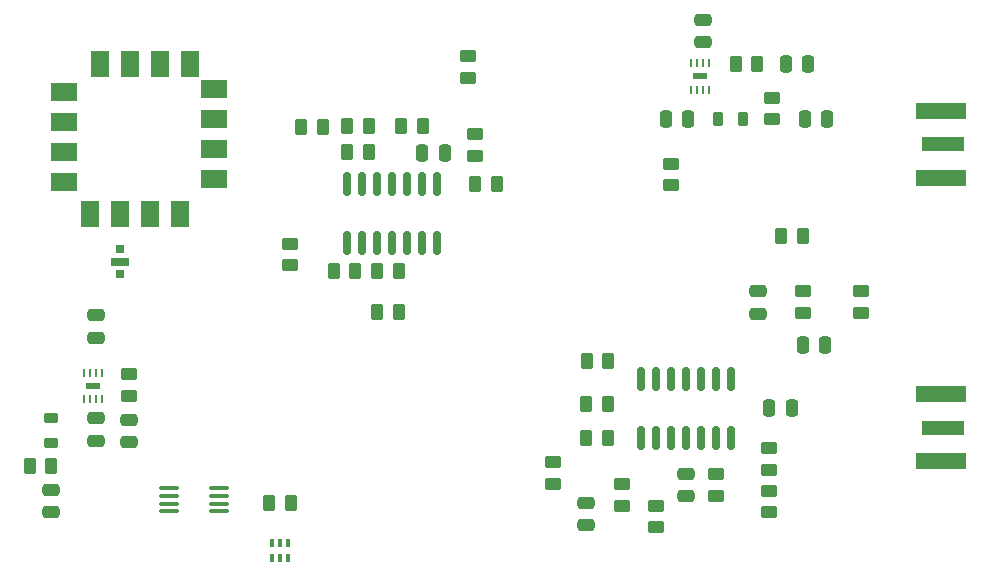
<source format=gbr>
%TF.GenerationSoftware,KiCad,Pcbnew,(6.0.9)*%
%TF.CreationDate,2022-11-20T11:02:21-05:00*%
%TF.ProjectId,RadarProject,52616461-7250-4726-9f6a-6563742e6b69,rev?*%
%TF.SameCoordinates,Original*%
%TF.FileFunction,Paste,Top*%
%TF.FilePolarity,Positive*%
%FSLAX46Y46*%
G04 Gerber Fmt 4.6, Leading zero omitted, Abs format (unit mm)*
G04 Created by KiCad (PCBNEW (6.0.9)) date 2022-11-20 11:02:21*
%MOMM*%
%LPD*%
G01*
G04 APERTURE LIST*
G04 Aperture macros list*
%AMRoundRect*
0 Rectangle with rounded corners*
0 $1 Rounding radius*
0 $2 $3 $4 $5 $6 $7 $8 $9 X,Y pos of 4 corners*
0 Add a 4 corners polygon primitive as box body*
4,1,4,$2,$3,$4,$5,$6,$7,$8,$9,$2,$3,0*
0 Add four circle primitives for the rounded corners*
1,1,$1+$1,$2,$3*
1,1,$1+$1,$4,$5*
1,1,$1+$1,$6,$7*
1,1,$1+$1,$8,$9*
0 Add four rect primitives between the rounded corners*
20,1,$1+$1,$2,$3,$4,$5,0*
20,1,$1+$1,$4,$5,$6,$7,0*
20,1,$1+$1,$6,$7,$8,$9,0*
20,1,$1+$1,$8,$9,$2,$3,0*%
G04 Aperture macros list end*
%ADD10R,0.410000X0.665000*%
%ADD11R,0.410000X0.675000*%
%ADD12R,0.250000X0.750000*%
%ADD13R,1.200000X0.600000*%
%ADD14RoundRect,0.250000X-0.250000X-0.475000X0.250000X-0.475000X0.250000X0.475000X-0.250000X0.475000X0*%
%ADD15RoundRect,0.100000X0.712500X0.100000X-0.712500X0.100000X-0.712500X-0.100000X0.712500X-0.100000X0*%
%ADD16RoundRect,0.150000X0.150000X-0.825000X0.150000X0.825000X-0.150000X0.825000X-0.150000X-0.825000X0*%
%ADD17RoundRect,0.250000X-0.262500X-0.450000X0.262500X-0.450000X0.262500X0.450000X-0.262500X0.450000X0*%
%ADD18RoundRect,0.250000X-0.450000X0.262500X-0.450000X-0.262500X0.450000X-0.262500X0.450000X0.262500X0*%
%ADD19RoundRect,0.250000X-0.475000X0.250000X-0.475000X-0.250000X0.475000X-0.250000X0.475000X0.250000X0*%
%ADD20RoundRect,0.250000X0.262500X0.450000X-0.262500X0.450000X-0.262500X-0.450000X0.262500X-0.450000X0*%
%ADD21RoundRect,0.250000X0.450000X-0.262500X0.450000X0.262500X-0.450000X0.262500X-0.450000X-0.262500X0*%
%ADD22RoundRect,0.250000X0.250000X0.475000X-0.250000X0.475000X-0.250000X-0.475000X0.250000X-0.475000X0*%
%ADD23R,3.600000X1.270000*%
%ADD24R,4.200000X1.350000*%
%ADD25RoundRect,0.150000X-0.150000X0.825000X-0.150000X-0.825000X0.150000X-0.825000X0.150000X0.825000X0*%
%ADD26RoundRect,0.218750X0.218750X0.381250X-0.218750X0.381250X-0.218750X-0.381250X0.218750X-0.381250X0*%
%ADD27RoundRect,0.218750X0.381250X-0.218750X0.381250X0.218750X-0.381250X0.218750X-0.381250X-0.218750X0*%
%ADD28RoundRect,0.250000X0.475000X-0.250000X0.475000X0.250000X-0.475000X0.250000X-0.475000X-0.250000X0*%
%ADD29R,1.524000X2.286000*%
%ADD30R,2.286000X1.524000*%
%ADD31R,0.762000X0.762000*%
%ADD32R,1.520000X0.635000*%
G04 APERTURE END LIST*
D10*
%TO.C,U2*%
X46682500Y-67548750D03*
X46022500Y-67548750D03*
X45362500Y-67548750D03*
D11*
X45362500Y-66218750D03*
X46022500Y-66218750D03*
X46682500Y-66218750D03*
%TD*%
D12*
%TO.C,U3*%
X30915000Y-51845000D03*
X30415000Y-51845000D03*
X29915000Y-51845000D03*
X29415000Y-51845000D03*
X29415000Y-54095000D03*
X29915000Y-54095000D03*
X30415000Y-54095000D03*
X30915000Y-54095000D03*
D13*
X30165000Y-52970000D03*
%TD*%
D12*
%TO.C,U4*%
X82312500Y-25605000D03*
X81812500Y-25605000D03*
X81312500Y-25605000D03*
X80812500Y-25605000D03*
X80812500Y-27855000D03*
X81312500Y-27855000D03*
X81812500Y-27855000D03*
X82312500Y-27855000D03*
D13*
X81562500Y-26730000D03*
%TD*%
D14*
%TO.C,C11*%
X58082500Y-33197500D03*
X59982500Y-33197500D03*
%TD*%
D15*
%TO.C,U6*%
X40862500Y-63565000D03*
X40862500Y-62915000D03*
X40862500Y-62265000D03*
X40862500Y-61615000D03*
X36637500Y-61615000D03*
X36637500Y-62265000D03*
X36637500Y-62915000D03*
X36637500Y-63565000D03*
%TD*%
D16*
%TO.C,U8*%
X76570000Y-57342500D03*
X77840000Y-57342500D03*
X79110000Y-57342500D03*
X80380000Y-57342500D03*
X81650000Y-57342500D03*
X82920000Y-57342500D03*
X84190000Y-57342500D03*
X84190000Y-52392500D03*
X82920000Y-52392500D03*
X81650000Y-52392500D03*
X80380000Y-52392500D03*
X79110000Y-52392500D03*
X77840000Y-52392500D03*
X76570000Y-52392500D03*
%TD*%
D17*
%TO.C,R10*%
X54280000Y-46687500D03*
X56105000Y-46687500D03*
%TD*%
D18*
%TO.C,R31*%
X61970000Y-25027500D03*
X61970000Y-26852500D03*
%TD*%
D19*
%TO.C,C4*%
X81817500Y-21960000D03*
X81817500Y-23860000D03*
%TD*%
D20*
%TO.C,R11*%
X64375000Y-35867500D03*
X62550000Y-35867500D03*
%TD*%
D21*
%TO.C,R26*%
X69140000Y-61242500D03*
X69140000Y-59417500D03*
%TD*%
D19*
%TO.C,C2*%
X30410000Y-46970000D03*
X30410000Y-48870000D03*
%TD*%
D18*
%TO.C,R9*%
X62552500Y-31635000D03*
X62552500Y-33460000D03*
%TD*%
%TO.C,R6*%
X79110000Y-34145000D03*
X79110000Y-35970000D03*
%TD*%
D22*
%TO.C,C9*%
X89360000Y-54827500D03*
X87460000Y-54827500D03*
%TD*%
D18*
%TO.C,R14*%
X90270000Y-44915000D03*
X90270000Y-46740000D03*
%TD*%
D17*
%TO.C,R33*%
X54260000Y-43187500D03*
X56085000Y-43187500D03*
%TD*%
D18*
%TO.C,R13*%
X95190000Y-44935000D03*
X95190000Y-46760000D03*
%TD*%
D19*
%TO.C,C14*%
X80380000Y-60387500D03*
X80380000Y-62287500D03*
%TD*%
D23*
%TO.C,J2*%
X102200000Y-56500000D03*
D24*
X102000000Y-59325000D03*
X102000000Y-53675000D03*
%TD*%
D23*
%TO.C,J1*%
X102200000Y-32500000D03*
D24*
X102000000Y-29675000D03*
X102000000Y-35325000D03*
%TD*%
D20*
%TO.C,R2*%
X86440000Y-25730000D03*
X84615000Y-25730000D03*
%TD*%
D17*
%TO.C,R12*%
X88447500Y-40247500D03*
X90272500Y-40247500D03*
%TD*%
D18*
%TO.C,R24*%
X87470000Y-61837500D03*
X87470000Y-63662500D03*
%TD*%
D17*
%TO.C,R4*%
X24827500Y-59760000D03*
X26652500Y-59760000D03*
%TD*%
D22*
%TO.C,C6*%
X92357500Y-30370000D03*
X90457500Y-30370000D03*
%TD*%
D21*
%TO.C,R16*%
X46902500Y-42740000D03*
X46902500Y-40915000D03*
%TD*%
D25*
%TO.C,U7*%
X59342500Y-35862500D03*
X58072500Y-35862500D03*
X56802500Y-35862500D03*
X55532500Y-35862500D03*
X54262500Y-35862500D03*
X52992500Y-35862500D03*
X51722500Y-35862500D03*
X51722500Y-40812500D03*
X52992500Y-40812500D03*
X54262500Y-40812500D03*
X55532500Y-40812500D03*
X56802500Y-40812500D03*
X58072500Y-40812500D03*
X59342500Y-40812500D03*
%TD*%
D14*
%TO.C,C12*%
X90270000Y-49507500D03*
X92170000Y-49507500D03*
%TD*%
D20*
%TO.C,R15*%
X53545000Y-33127500D03*
X51720000Y-33127500D03*
%TD*%
D17*
%TO.C,R18*%
X47840000Y-30987500D03*
X49665000Y-30987500D03*
%TD*%
%TO.C,R32*%
X50570000Y-43197500D03*
X52395000Y-43197500D03*
%TD*%
D19*
%TO.C,C7*%
X30420000Y-55680000D03*
X30420000Y-57580000D03*
%TD*%
D21*
%TO.C,R17*%
X77840000Y-64910000D03*
X77840000Y-63085000D03*
%TD*%
%TO.C,R20*%
X74990000Y-63090000D03*
X74990000Y-61265000D03*
%TD*%
D17*
%TO.C,R22*%
X71957500Y-54487500D03*
X73782500Y-54487500D03*
%TD*%
D21*
%TO.C,R7*%
X87460000Y-60070000D03*
X87460000Y-58245000D03*
%TD*%
D26*
%TO.C,L2*%
X85210000Y-30380000D03*
X83085000Y-30380000D03*
%TD*%
D22*
%TO.C,C3*%
X90747500Y-25730000D03*
X88847500Y-25730000D03*
%TD*%
D21*
%TO.C,R1*%
X33270000Y-53792500D03*
X33270000Y-51967500D03*
%TD*%
D27*
%TO.C,L1*%
X26660000Y-57802500D03*
X26660000Y-55677500D03*
%TD*%
D17*
%TO.C,R8*%
X56270000Y-30917500D03*
X58095000Y-30917500D03*
%TD*%
D18*
%TO.C,R25*%
X82920000Y-60425000D03*
X82920000Y-62250000D03*
%TD*%
D28*
%TO.C,C10*%
X86480000Y-46817500D03*
X86480000Y-44917500D03*
%TD*%
D29*
%TO.C,U5*%
X38440000Y-25680000D03*
X35900000Y-25680000D03*
X33360000Y-25680000D03*
X30820000Y-25680000D03*
D30*
X27770000Y-28090000D03*
X27770000Y-30630000D03*
X27770000Y-33170000D03*
X27770000Y-35710000D03*
D29*
X29940000Y-38380000D03*
X32480000Y-38380000D03*
X35020000Y-38380000D03*
X37560000Y-38380000D03*
D30*
X40470000Y-35460000D03*
X40470000Y-32920000D03*
X40470000Y-30380000D03*
X40470000Y-27840000D03*
%TD*%
D17*
%TO.C,R19*%
X51717500Y-30957500D03*
X53542500Y-30957500D03*
%TD*%
%TO.C,R23*%
X71977500Y-50797500D03*
X73802500Y-50797500D03*
%TD*%
D22*
%TO.C,C8*%
X80607500Y-30380000D03*
X78707500Y-30380000D03*
%TD*%
D31*
%TO.C,U1*%
X32480000Y-41370000D03*
D32*
X32480000Y-42420000D03*
D31*
X32480000Y-43480000D03*
%TD*%
D28*
%TO.C,C5*%
X26660000Y-63620000D03*
X26660000Y-61720000D03*
%TD*%
%TO.C,C13*%
X71950000Y-64737500D03*
X71950000Y-62837500D03*
%TD*%
%TO.C,C1*%
X33260000Y-57700000D03*
X33260000Y-55800000D03*
%TD*%
D18*
%TO.C,R5*%
X87657500Y-28547500D03*
X87657500Y-30372500D03*
%TD*%
D17*
%TO.C,R3*%
X45110000Y-62901250D03*
X46935000Y-62901250D03*
%TD*%
D20*
%TO.C,R21*%
X73792500Y-57337500D03*
X71967500Y-57337500D03*
%TD*%
M02*

</source>
